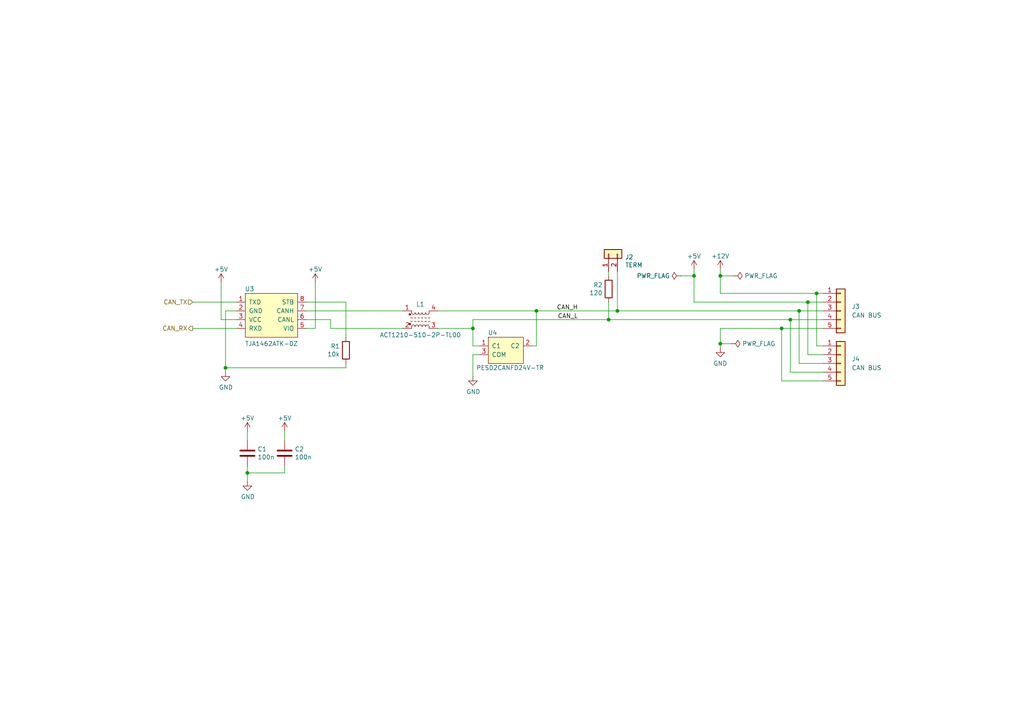
<source format=kicad_sch>
(kicad_sch (version 20230121) (generator eeschema)
  (paper "A4")
  (title_block (title "Tandem Leveller IMU") (date "2025-02-20") (rev "V1.0") (company "(C) andy@britishideas.com 2025") (comment 1 "For personal use only, no commercial use") (comment 2 "Provided as-is, no warranty express or implied. Use at your own risk"))
  (lib_symbols
    (symbol "Connector_Generic:Conn_01x02" (pin_names (offset 1.016) hide)
      (property "Reference" "J" (at 0 2.54 0))
      (property "Value" "Conn_01x02" (at 0 -5.08 0))
      (symbol "Conn_01x02_1_1"
        (rectangle (start -1.27 -2.413) (end 0 -2.667) (stroke (width 0.1524)))
        (rectangle (start -1.27 0.127) (end 0 -0.127) (stroke (width 0.1524)))
        (rectangle (start -1.27 1.27) (end 1.27 -3.81) (stroke (width 0.254)) (fill (type background)))
        (pin passive line (at -5.08 0 0) (length 3.81) (name "Pin_1") (number "1"))
        (pin passive line (at -5.08 -2.54 0) (length 3.81) (name "Pin_2") (number "2"))
      )
    )
    (symbol "Connector_Generic:Conn_01x05" (pin_names (offset 1.016) hide)
      (property "Reference" "J" (at 0 7.62 0))
      (property "Value" "Conn_01x05" (at 0 -7.62 0))
      (symbol "Conn_01x05_1_1"
        (rectangle (start -1.27 -4.953) (end 0 -5.207) (stroke (width 0.1524)))
        (rectangle (start -1.27 -2.413) (end 0 -2.667) (stroke (width 0.1524)))
        (rectangle (start -1.27 0.127) (end 0 -0.127) (stroke (width 0.1524)))
        (rectangle (start -1.27 2.667) (end 0 2.413) (stroke (width 0.1524)))
        (rectangle (start -1.27 5.207) (end 0 4.953) (stroke (width 0.1524)))
        (rectangle (start -1.27 6.35) (end 1.27 -6.35) (stroke (width 0.254)) (fill (type background)))
        (pin passive line (at -5.08 5.08 0) (length 3.81) (name "Pin_1") (number "1"))
        (pin passive line (at -5.08 2.54 0) (length 3.81) (name "Pin_2") (number "2"))
        (pin passive line (at -5.08 0 0) (length 3.81) (name "Pin_3") (number "3"))
        (pin passive line (at -5.08 -2.54 0) (length 3.81) (name "Pin_4") (number "4"))
        (pin passive line (at -5.08 -5.08 0) (length 3.81) (name "Pin_5") (number "5"))
      )
    )
    (symbol "Device:C" (pin_numbers hide) (pin_names (offset 0.254))
      (property "Reference" "C" (at 0.635 2.54 0))
      (property "Value" "C" (at 0.635 -2.54 0))
      (symbol "C_0_1"
        (polyline (pts (xy -2.032 -0.762) (xy 2.032 -0.762)) (stroke (width 0.508)))
        (polyline (pts (xy -2.032 0.762) (xy 2.032 0.762)) (stroke (width 0.508)))
      )
      (symbol "C_1_1"
        (pin passive line (at 0 3.81 270) (length 2.794) (name "~") (number "1"))
        (pin passive line (at 0 -3.81 90) (length 2.794) (name "~") (number "2"))
      )
    )
    (symbol "Device:L_Ferrite_Coupled_1423" (pin_names (offset 0.254) hide)
      (property "Reference" "L" (at 0 4.445 0))
      (property "Value" "L_Ferrite_Coupled_1423" (at 0 -4.445 0))
      (symbol "L_Ferrite_Coupled_1423_0_1"
        (circle (center -3.048 -1.27) (radius 0.254) (fill (type outline)))
        (circle (center -3.048 1.524) (radius 0.254) (fill (type outline)))
        (arc (start -2.54 2.032) (mid -2.032 1.5262) (end -1.524 2.032))
        (arc (start -1.524 -2.032) (mid -2.032 -1.5262) (end -2.54 -2.032))
        (arc (start -1.524 2.032) (mid -1.016 1.5262) (end -0.508 2.032))
        (arc (start -0.508 -2.032) (mid -1.016 -1.5262) (end -1.524 -2.032))
        (arc (start -0.508 2.032) (mid 0 1.5262) (end 0.508 2.032))
        (polyline (pts (xy -2.794 -0.508) (xy -2.286 -0.508)))
        (polyline (pts (xy -2.794 0.508) (xy -2.286 0.508)))
        (polyline (pts (xy -2.54 -2.032) (xy -2.54 -2.54)))
        (polyline (pts (xy -2.54 2.032) (xy -2.54 2.54)))
        (polyline (pts (xy -1.778 -0.508) (xy -1.27 -0.508)))
        (polyline (pts (xy -1.778 0.508) (xy -1.27 0.508)))
        (polyline (pts (xy -0.762 -0.508) (xy -0.254 -0.508)))
        (polyline (pts (xy -0.762 0.508) (xy -0.254 0.508)))
        (polyline (pts (xy 0.254 -0.508) (xy 0.762 -0.508)))
        (polyline (pts (xy 0.254 0.508) (xy 0.762 0.508)))
        (polyline (pts (xy 1.27 -0.508) (xy 1.778 -0.508)))
        (polyline (pts (xy 1.27 0.508) (xy 1.778 0.508)))
        (polyline (pts (xy 2.286 -0.508) (xy 2.794 -0.508)))
        (polyline (pts (xy 2.286 0.508) (xy 2.794 0.508)))
        (polyline (pts (xy 2.54 -2.032) (xy 2.54 -2.54)))
        (polyline (pts (xy 2.54 2.54) (xy 2.54 2.032)))
        (arc (start 0.508 -2.032) (mid 0 -1.5262) (end -0.508 -2.032))
        (arc (start 0.508 2.032) (mid 1.016 1.5262) (end 1.524 2.032))
        (arc (start 1.524 -2.032) (mid 1.016 -1.5262) (end 0.508 -2.032))
        (arc (start 1.524 2.032) (mid 2.032 1.5262) (end 2.54 2.032))
        (arc (start 2.54 -2.032) (mid 2.032 -1.5262) (end 1.524 -2.032))
      )
      (symbol "L_Ferrite_Coupled_1423_1_1"
        (pin passive line (at -5.08 2.54 0) (length 2.54) (name "1") (number "1"))
        (pin passive line (at -5.08 -2.54 0) (length 2.54) (name "2") (number "2"))
        (pin passive line (at 5.08 -2.54 180) (length 2.54) (name "3") (number "3"))
        (pin passive line (at 5.08 2.54 180) (length 2.54) (name "4") (number "4"))
      )
    )
    (symbol "Device:R" (pin_numbers hide) (pin_names (offset 0))
      (property "Reference" "R" (at 2.032 0 90))
      (property "Value" "R" (at 0 0 90))
      (symbol "R_0_1"
        (rectangle (start -1.016 -2.54) (end 1.016 2.54) (stroke (width 0.254)))
      )
      (symbol "R_1_1"
        (pin passive line (at 0 3.81 270) (length 1.27) (name "~") (number "1"))
        (pin passive line (at 0 -3.81 90) (length 1.27) (name "~") (number "2"))
      )
    )
    (symbol "EmSA:PESD2CANFD24V-T" (pin_names (offset 1.016))
      (property "Reference" "U" (at 1.27 -1.27 0))
      (property "Value" "PESD2CANFD24V-T" (at 5.08 8.89 0))
      (property "manf#" "PESD2CANFD24V-T" (at 0 0 0))
      (symbol "PESD2CANFD24V-T_0_1"
        (rectangle (start 0 0) (end 10.16 7.62) (fill (type background)))
      )
      (symbol "PESD2CANFD24V-T_1_1"
        (pin passive line (at -2.54 5.08 0) (length 2.54) (name "C1") (number "1"))
        (pin passive line (at 12.7 5.08 180) (length 2.54) (name "C2") (number "2"))
        (pin passive line (at -2.54 2.54 0) (length 2.54) (name "COM") (number "3"))
      )
    )
    (symbol "EmSA:TJA1462ATK" (pin_names (offset 1.016))
      (property "Reference" "U" (at 1.27 -1.27 0))
      (property "Value" "TJA1462ATK" (at 10.16 -1.27 0))
      (property "manf#" "TJA1462ATK" (at 0 0 0))
      (symbol "TJA1462ATK_0_1"
        (rectangle (start 0 0) (end 15.24 12.7) (fill (type background)))
      )
      (symbol "TJA1462ATK_1_1"
        (pin input line (at -2.54 10.16 0) (length 2.54) (name "TXD") (number "1"))
        (pin power_in line (at -2.54 7.62 0) (length 2.54) (name "GND") (number "2"))
        (pin power_in line (at -2.54 5.08 0) (length 2.54) (name "VCC") (number "3"))
        (pin output line (at -2.54 2.54 0) (length 2.54) (name "RXD") (number "4"))
        (pin power_in line (at 17.78 2.54 180) (length 2.54) (name "VIO") (number "5"))
        (pin bidirectional line (at 17.78 5.08 180) (length 2.54) (name "CANL") (number "6"))
        (pin bidirectional line (at 17.78 7.62 180) (length 2.54) (name "CANH") (number "7"))
        (pin input line (at 17.78 10.16 180) (length 2.54) (name "STB") (number "8"))
      )
    )
    (symbol "power:+12V" (power) (pin_names (offset 0))
      (property "Value" "+12V" (at 0 3.556 0))
      (symbol "+12V_0_1"
        (polyline (pts (xy -0.762 1.27) (xy 0 2.54)))
        (polyline (pts (xy 0 0) (xy 0 2.54)))
        (polyline (pts (xy 0 2.54) (xy 0.762 1.27)))
      )
      (symbol "+12V_1_1"
        (pin power_in line (at 0 0 90) (length 0) hide (name "+12V") (number "1"))
      )
    )
    (symbol "power:+5V" (power) (pin_names (offset 0))
      (property "Value" "+5V" (at 0 3.556 0))
      (symbol "+5V_0_1"
        (polyline (pts (xy -0.762 1.27) (xy 0 2.54)))
        (polyline (pts (xy 0 0) (xy 0 2.54)))
        (polyline (pts (xy 0 2.54) (xy 0.762 1.27)))
      )
      (symbol "+5V_1_1"
        (pin power_in line (at 0 0 90) (length 0) hide (name "+5V") (number "1"))
      )
    )
    (symbol "power:GND" (power) (pin_names (offset 0))
      (property "Value" "GND" (at 0 -3.81 0))
      (symbol "GND_0_1"
        (polyline (pts (xy 0 0) (xy 0 -1.27) (xy 1.27 -1.27) (xy 0 -2.54) (xy -1.27 -1.27) (xy 0 -1.27)))
      )
      (symbol "GND_1_1"
        (pin power_in line (at 0 0 270) (length 0) hide (name "GND") (number "1"))
      )
    )
    (symbol "power:PWR_FLAG" (power) (pin_numbers hide) (pin_names (offset 0) hide)
      (property "Value" "PWR_FLAG" (at 0 3.81 0))
      (symbol "PWR_FLAG_0_0"
        (pin power_out line (at 0 0 90) (length 0) (name "pwr") (number "1"))
      )
      (symbol "PWR_FLAG_0_1"
        (polyline (pts (xy 0 0) (xy 0 1.27) (xy -1.016 1.905) (xy 0 2.54) (xy 1.016 1.905) (xy 0 1.27)))
      )
    )
  )
  (junction (at 229.235 92.71))
  (junction (at 231.775 90.17))
  (junction (at 226.695 95.25))
  (junction (at 201.295 80.01))
  (junction (at 71.755 137.16))
  (junction (at 176.53 92.71))
  (junction (at 208.915 80.01))
  (junction (at 234.315 87.63))
  (junction (at 179.07 90.17))
  (junction (at 65.405 106.68))
  (junction (at 137.16 95.25))
  (junction (at 236.855 85.09))
  (junction (at 208.915 99.695))
  (junction (at 155.575 90.17))
  (wire (pts (xy 238.76 102.87) (xy 234.315 102.87)))
  (wire (pts (xy 91.44 81.915) (xy 91.44 95.25)))
  (wire (pts (xy 208.915 78.105) (xy 208.915 80.01)))
  (wire (pts (xy 201.295 87.63) (xy 234.315 87.63)))
  (wire (pts (xy 88.9 92.71) (xy 95.885 92.71)))
  (wire (pts (xy 236.855 85.09) (xy 238.76 85.09)))
  (wire (pts (xy 155.575 100.33) (xy 155.575 90.17)))
  (wire (pts (xy 137.16 109.22) (xy 137.16 102.87)))
  (wire (pts (xy 208.915 99.695) (xy 208.915 100.965)))
  (wire (pts (xy 100.33 105.41) (xy 100.33 106.68)))
  (wire (pts (xy 238.76 107.95) (xy 229.235 107.95)))
  (wire (pts (xy 179.07 90.17) (xy 179.07 78.74)))
  (wire (pts (xy 95.885 92.71) (xy 95.885 95.25)))
  (wire (pts (xy 176.53 80.01) (xy 176.53 78.74)))
  (wire (pts (xy 91.44 95.25) (xy 88.9 95.25)))
  (wire (pts (xy 64.135 92.71) (xy 68.58 92.71)))
  (wire (pts (xy 238.76 105.41) (xy 231.775 105.41)))
  (wire (pts (xy 226.695 95.25) (xy 208.915 95.25)))
  (wire (pts (xy 137.16 92.71) (xy 176.53 92.71)))
  (wire (pts (xy 234.315 87.63) (xy 238.76 87.63)))
  (wire (pts (xy 65.405 106.68) (xy 100.33 106.68)))
  (wire (pts (xy 82.55 135.255) (xy 82.55 137.16)))
  (wire (pts (xy 176.53 92.71) (xy 229.235 92.71)))
  (wire (pts (xy 197.485 80.01) (xy 201.295 80.01)))
  (wire (pts (xy 137.16 102.87) (xy 139.065 102.87)))
  (wire (pts (xy 139.065 100.33) (xy 137.16 100.33)))
  (wire (pts (xy 231.775 90.17) (xy 238.76 90.17)))
  (wire (pts (xy 201.295 80.01) (xy 201.295 87.63)))
  (wire (pts (xy 88.9 87.63) (xy 100.33 87.63)))
  (wire (pts (xy 137.16 100.33) (xy 137.16 95.25)))
  (wire (pts (xy 179.07 90.17) (xy 231.775 90.17)))
  (wire (pts (xy 208.915 95.25) (xy 208.915 99.695)))
  (wire (pts (xy 234.315 102.87) (xy 234.315 87.63)))
  (wire (pts (xy 65.405 106.68) (xy 65.405 90.17)))
  (wire (pts (xy 238.76 100.33) (xy 236.855 100.33)))
  (wire (pts (xy 238.76 110.49) (xy 226.695 110.49)))
  (wire (pts (xy 201.295 78.105) (xy 201.295 80.01)))
  (wire (pts (xy 64.135 81.915) (xy 64.135 92.71)))
  (wire (pts (xy 208.915 85.09) (xy 236.855 85.09)))
  (wire (pts (xy 137.16 92.71) (xy 137.16 95.25)))
  (wire (pts (xy 238.76 95.25) (xy 226.695 95.25)))
  (wire (pts (xy 82.55 125.095) (xy 82.55 127.635)))
  (wire (pts (xy 71.755 137.16) (xy 71.755 139.7)))
  (wire (pts (xy 208.915 80.01) (xy 212.725 80.01)))
  (wire (pts (xy 155.575 90.17) (xy 179.07 90.17)))
  (wire (pts (xy 127 90.17) (xy 155.575 90.17)))
  (wire (pts (xy 236.855 100.33) (xy 236.855 85.09)))
  (wire (pts (xy 226.695 110.49) (xy 226.695 95.25)))
  (wire (pts (xy 229.235 92.71) (xy 238.76 92.71)))
  (wire (pts (xy 127 95.25) (xy 137.16 95.25)))
  (wire (pts (xy 231.775 105.41) (xy 231.775 90.17)))
  (wire (pts (xy 88.9 90.17) (xy 116.84 90.17)))
  (wire (pts (xy 71.755 125.095) (xy 71.755 127.635)))
  (wire (pts (xy 55.88 87.63) (xy 68.58 87.63)))
  (wire (pts (xy 154.305 100.33) (xy 155.575 100.33)))
  (wire (pts (xy 95.885 95.25) (xy 116.84 95.25)))
  (wire (pts (xy 65.405 107.95) (xy 65.405 106.68)))
  (wire (pts (xy 100.33 97.79) (xy 100.33 87.63)))
  (wire (pts (xy 229.235 107.95) (xy 229.235 92.71)))
  (wire (pts (xy 71.755 135.255) (xy 71.755 137.16)))
  (wire (pts (xy 55.88 95.25) (xy 68.58 95.25)))
  (wire (pts (xy 208.915 99.695) (xy 212.09 99.695)))
  (wire (pts (xy 65.405 90.17) (xy 68.58 90.17)))
  (wire (pts (xy 176.53 92.71) (xy 176.53 87.63)))
  (wire (pts (xy 82.55 137.16) (xy 71.755 137.16)))
  (wire (pts (xy 208.915 80.01) (xy 208.915 85.09)))
  (label "CAN_L" (at 167.64 92.71 180))
  (label "CAN_H" (at 167.64 90.17 180))
  (hierarchical_label "CAN_TX" (shape input) (at 55.88 87.63 180))
  (hierarchical_label "CAN_RX" (shape output) (at 55.88 95.25 180))
  (symbol (lib_id "power:+12V") (at 208.915 78.105 0) (unit 1)
    (property "Reference" "#PWR013" (effects hide))
    (property "Value" "+12V" (at 208.915 74.295 0))
  )
  (symbol (lib_id "power:+5V") (at 82.55 125.095 0) (unit 1)
    (property "Reference" "#PWR09" (effects hide))
    (property "Value" "+5V" (at 82.55 121.285 0))
  )
  (symbol (lib_id "Device:R") (at 176.53 83.82 0) (mirror x) (unit 1)
    (property "Reference" "R2" (at 174.7774 82.6516 0) (effects (justify right)))
    (property "Value" "120" (at 174.7774 84.963 0) (effects (justify right)))
    (property "Footprint" "Resistor_SMD:R_0805_2012Metric" (effects hide))
    (property "LCSC" "C17437" (effects hide))
  )
  (symbol (lib_id "power:+5V") (at 64.135 81.915 0) (unit 1)
    (property "Reference" "#PWR05" (effects hide))
    (property "Value" "+5V" (at 64.135 78.105 0))
  )
  (symbol (lib_id "power:+5V") (at 71.755 125.095 0) (unit 1)
    (property "Reference" "#PWR07" (effects hide))
    (property "Value" "+5V" (at 71.755 121.285 0))
  )
  (symbol (lib_id "power:PWR_FLAG") (at 212.09 99.695 270) (unit 1)
    (property "Reference" "#FLG03" (effects hide))
    (property "Value" "PWR_FLAG" (at 215.265 99.695 90) (effects (justify left)))
  )
  (symbol (lib_id "power:GND") (at 65.405 107.95 0) (unit 1)
    (property "Reference" "#PWR06" (effects hide))
    (property "Value" "GND" (at 65.532 112.3442 0))
  )
  (symbol (lib_id "Connector_Generic:Conn_01x05") (at 243.84 90.17 0) (unit 1)
    (property "Reference" "J3" (at 247.015 88.9 0) (effects (justify left)))
    (property "Value" "CAN BUS" (at 247.015 91.44 0) (effects (justify left)))
    (property "Footprint" "Connector_JST:JST_PH_B5B-PH-K_1x05_P2.00mm_Vertical" (effects hide))
    (property "manf#" "B5B-PH-K-S" (effects hide))
    (property "LCSC" "C157993" (effects hide))
  )
  (symbol (lib_id "power:PWR_FLAG") (at 197.485 80.01 90) (unit 1)
    (property "Reference" "#FLG02" (effects hide))
    (property "Value" "PWR_FLAG" (at 194.31 80.01 90) (effects (justify left)))
  )
  (symbol (lib_id "power:+5V") (at 91.44 81.915 0) (unit 1)
    (property "Reference" "#PWR010" (effects hide))
    (property "Value" "+5V" (at 91.44 78.105 0))
  )
  (symbol (lib_id "EmSA:TJA1462ATK") (at 71.12 97.79 0) (unit 1)
    (property "Reference" "U3" (at 72.39 83.82 0))
    (property "Value" "TJA1462ATK-0Z" (at 78.74 99.695 0))
    (property "Footprint" "EmSA:HVSON8_0_65mm" (effects hide))
    (property "manf#" "TJA1462ATK/0Z" (effects hide))
    (property "LCSC" "C3229259" (effects hide))
  )
  (symbol (lib_id "EmSA:PESD2CANFD24V-T") (at 141.605 105.41 0) (unit 1)
    (property "Reference" "U4" (at 142.875 96.52 0))
    (property "Value" "PESD2CANFD24V-TR" (at 147.955 106.68 0))
    (property "Footprint" "Package_TO_SOT_SMD:SOT-23" (effects hide))
    (property "manf#" "PESD2CANFD24V-TR" (effects hide))
    (property "LCSC" "C552486" (effects hide))
  )
  (symbol (lib_id "power:GND") (at 208.915 100.965 0) (unit 1)
    (property "Reference" "#PWR014" (effects hide))
    (property "Value" "GND" (at 208.915 105.41 0))
  )
  (symbol (lib_id "Device:C") (at 82.55 131.445 0) (unit 1)
    (property "Reference" "C2" (at 85.471 130.2766 0) (effects (justify left)))
    (property "Value" "100n" (at 85.471 132.588 0) (effects (justify left)))
    (property "Footprint" "Capacitor_SMD:C_0805_2012Metric" (effects hide))
    (property "LCSC" "C1711" (effects hide))
  )
  (symbol (lib_id "Device:L_Ferrite_Coupled_1423") (at 121.92 92.71 0) (unit 1)
    (property "Reference" "L1" (at 121.92 88.265 0))
    (property "Value" "ACT1210-510-2P-TL00" (at 121.92 97.155 0))
    (property "Footprint" "EmSA:ACT1210-510-2P-TL00" (effects hide))
    (property "manf#" "ACT1210-510-2P-TL00" (effects hide))
    (property "LCSC" "C95572" (effects hide))
  )
  (symbol (lib_id "power:GND") (at 137.16 109.22 0) (unit 1)
    (property "Reference" "#PWR011" (effects hide))
    (property "Value" "GND" (at 137.287 113.6142 0))
  )
  (symbol (lib_id "Connector_Generic:Conn_01x02") (at 176.53 73.66 90) (unit 1)
    (property "Reference" "J2" (at 181.3052 74.5744 90) (effects (justify right)))
    (property "Value" "TERM" (at 181.3052 76.8858 90) (effects (justify right)))
    (property "Footprint" "Connector_PinHeader_2.54mm:PinHeader_1x02_P2.54mm_Vertical" (effects hide))
  )
  (symbol (lib_id "Device:C") (at 71.755 131.445 0) (unit 1)
    (property "Reference" "C1" (at 74.676 130.2766 0) (effects (justify left)))
    (property "Value" "100n" (at 74.676 132.588 0) (effects (justify left)))
    (property "Footprint" "Capacitor_SMD:C_0805_2012Metric" (effects hide))
    (property "LCSC" "C1711" (effects hide))
  )
  (symbol (lib_id "Connector_Generic:Conn_01x05") (at 243.84 105.41 0) (unit 1)
    (property "Reference" "J4" (at 247.015 104.14 0) (effects (justify left)))
    (property "Value" "CAN BUS" (at 247.015 106.68 0) (effects (justify left)))
    (property "Footprint" "Connector_JST:JST_PH_B5B-PH-K_1x05_P2.00mm_Vertical" (effects hide))
    (property "manf#" "B5B-PH-K-S" (effects hide))
    (property "LCSC" "C157993" (effects hide))
  )
  (symbol (lib_id "Device:R") (at 100.33 101.6 0) (mirror x) (unit 1)
    (property "Reference" "R1" (at 98.5774 100.4316 0) (effects (justify right)))
    (property "Value" "10k" (at 98.5774 102.743 0) (effects (justify right)))
    (property "Footprint" "Resistor_SMD:R_0805_2012Metric" (effects hide))
    (property "LCSC" "C17414" (effects hide))
  )
  (symbol (lib_id "power:PWR_FLAG") (at 212.725 80.01 270) (unit 1)
    (property "Reference" "#FLG04" (effects hide))
    (property "Value" "PWR_FLAG" (at 215.9 80.01 90) (effects (justify left)))
  )
  (symbol (lib_id "power:+5V") (at 201.295 78.105 0) (unit 1)
    (property "Reference" "#PWR012" (effects hide))
    (property "Value" "+5V" (at 201.295 74.295 0))
  )
  (symbol (lib_id "power:GND") (at 71.755 139.7 0) (unit 1)
    (property "Reference" "#PWR08" (effects hide))
    (property "Value" "GND" (at 71.882 144.0942 0))
  )
)
</source>
